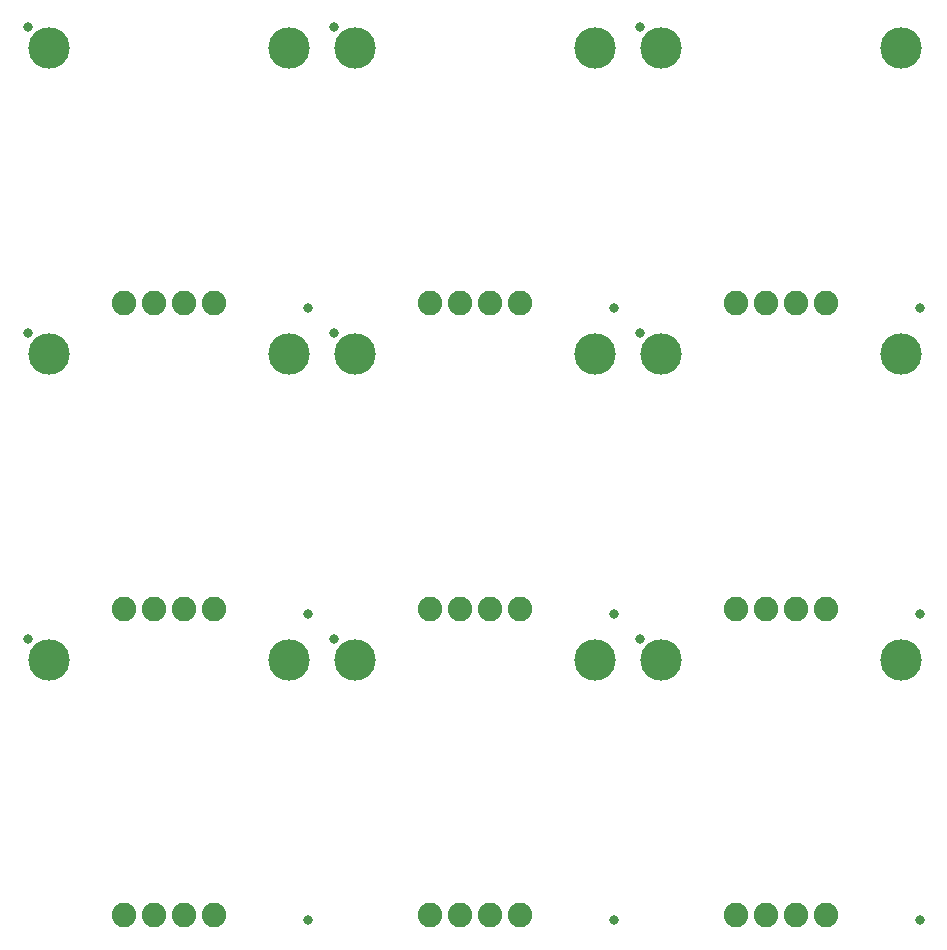
<source format=gbs>
G75*
%MOIN*%
%OFA0B0*%
%FSLAX25Y25*%
%IPPOS*%
%LPD*%
%AMOC8*
5,1,8,0,0,1.08239X$1,22.5*
%
%ADD10C,0.13800*%
%ADD11C,0.08200*%
%ADD12C,0.03300*%
D10*
X0043342Y0118750D03*
X0123342Y0118750D03*
X0145342Y0118750D03*
X0225342Y0118750D03*
X0247342Y0118750D03*
X0327342Y0118750D03*
X0327342Y0220750D03*
X0247342Y0220750D03*
X0225342Y0220750D03*
X0145342Y0220750D03*
X0123342Y0220750D03*
X0043342Y0220750D03*
X0043342Y0322750D03*
X0123342Y0322750D03*
X0145342Y0322750D03*
X0225342Y0322750D03*
X0247342Y0322750D03*
X0327342Y0322750D03*
D11*
X0068342Y0033750D03*
X0078342Y0033750D03*
X0088342Y0033750D03*
X0098342Y0033750D03*
X0170342Y0033750D03*
X0180342Y0033750D03*
X0190342Y0033750D03*
X0200342Y0033750D03*
X0272342Y0033750D03*
X0282342Y0033750D03*
X0292342Y0033750D03*
X0302342Y0033750D03*
X0302342Y0135750D03*
X0292342Y0135750D03*
X0282342Y0135750D03*
X0272342Y0135750D03*
X0200342Y0135750D03*
X0190342Y0135750D03*
X0180342Y0135750D03*
X0170342Y0135750D03*
X0098342Y0135750D03*
X0088342Y0135750D03*
X0078342Y0135750D03*
X0068342Y0135750D03*
X0068342Y0237750D03*
X0078342Y0237750D03*
X0088342Y0237750D03*
X0098342Y0237750D03*
X0170342Y0237750D03*
X0180342Y0237750D03*
X0190342Y0237750D03*
X0200342Y0237750D03*
X0272342Y0237750D03*
X0282342Y0237750D03*
X0292342Y0237750D03*
X0302342Y0237750D03*
D12*
X0333842Y0236250D03*
X0240342Y0227750D03*
X0231842Y0236250D03*
X0138342Y0227750D03*
X0129842Y0236250D03*
X0036342Y0227750D03*
X0129842Y0134250D03*
X0138342Y0125750D03*
X0231842Y0134250D03*
X0240342Y0125750D03*
X0333842Y0134250D03*
X0333842Y0032250D03*
X0231842Y0032250D03*
X0129842Y0032250D03*
X0036342Y0125750D03*
X0036342Y0329750D03*
X0138342Y0329750D03*
X0240342Y0329750D03*
M02*

</source>
